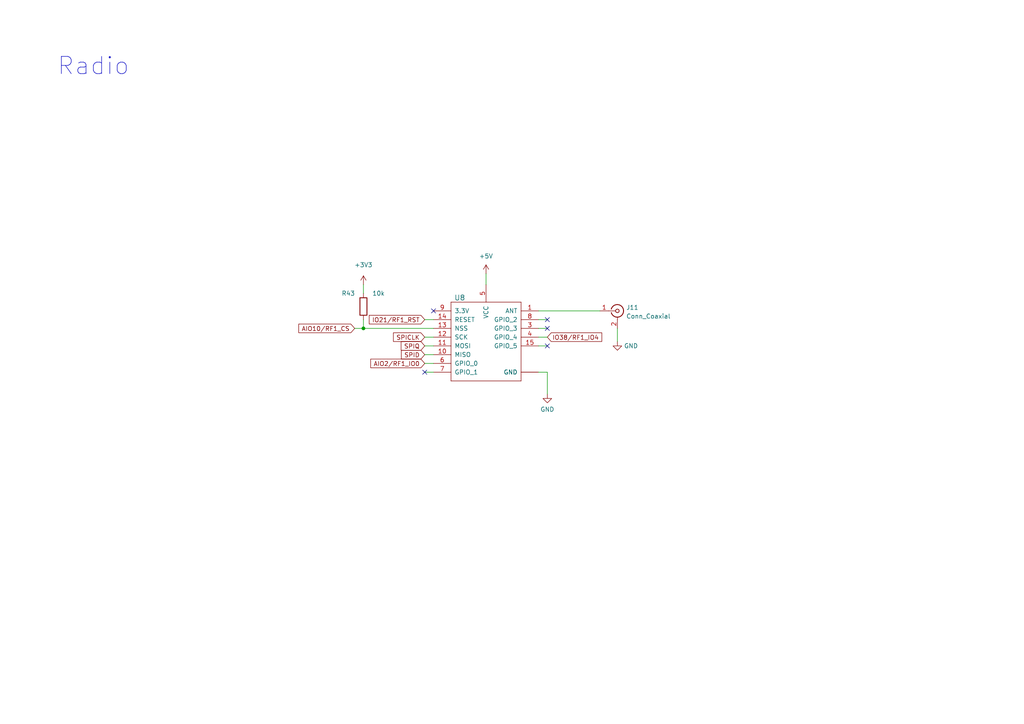
<source format=kicad_sch>
(kicad_sch (version 20230121) (generator eeschema)

  (uuid 8646da04-665d-4116-a1ba-d0160021f5a4)

  (paper "A4")

  (lib_symbols
    (symbol "Connector:Conn_Coaxial" (pin_names (offset 1.016) hide) (in_bom yes) (on_board yes)
      (property "Reference" "J" (at 0.254 3.048 0)
        (effects (font (size 1.27 1.27)))
      )
      (property "Value" "Conn_Coaxial" (at 2.921 0 90)
        (effects (font (size 1.27 1.27)))
      )
      (property "Footprint" "" (at 0 0 0)
        (effects (font (size 1.27 1.27)) hide)
      )
      (property "Datasheet" " ~" (at 0 0 0)
        (effects (font (size 1.27 1.27)) hide)
      )
      (property "ki_keywords" "BNC SMA SMB SMC LEMO coaxial connector CINCH RCA" (at 0 0 0)
        (effects (font (size 1.27 1.27)) hide)
      )
      (property "ki_description" "coaxial connector (BNC, SMA, SMB, SMC, Cinch/RCA, LEMO, ...)" (at 0 0 0)
        (effects (font (size 1.27 1.27)) hide)
      )
      (property "ki_fp_filters" "*BNC* *SMA* *SMB* *SMC* *Cinch* *LEMO*" (at 0 0 0)
        (effects (font (size 1.27 1.27)) hide)
      )
      (symbol "Conn_Coaxial_0_1"
        (arc (start -1.778 -0.508) (mid 0.222 -1.808) (end 1.778 0)
          (stroke (width 0.254) (type default))
          (fill (type none))
        )
        (polyline
          (pts
            (xy -2.54 0)
            (xy -0.508 0)
          )
          (stroke (width 0) (type default))
          (fill (type none))
        )
        (polyline
          (pts
            (xy 0 -2.54)
            (xy 0 -1.778)
          )
          (stroke (width 0) (type default))
          (fill (type none))
        )
        (circle (center 0 0) (radius 0.508)
          (stroke (width 0.2032) (type default))
          (fill (type none))
        )
        (arc (start 1.778 0) (mid 0.222 1.8083) (end -1.778 0.508)
          (stroke (width 0.254) (type default))
          (fill (type none))
        )
      )
      (symbol "Conn_Coaxial_1_1"
        (pin passive line (at -5.08 0 0) (length 2.54)
          (name "In" (effects (font (size 1.27 1.27))))
          (number "1" (effects (font (size 1.27 1.27))))
        )
        (pin passive line (at 0 -5.08 90) (length 2.54)
          (name "Ext" (effects (font (size 1.27 1.27))))
          (number "2" (effects (font (size 1.27 1.27))))
        )
      )
    )
    (symbol "Device:R" (pin_numbers hide) (pin_names (offset 0)) (in_bom yes) (on_board yes)
      (property "Reference" "R" (at 2.032 0 90)
        (effects (font (size 1.27 1.27)))
      )
      (property "Value" "R" (at 0 0 90)
        (effects (font (size 1.27 1.27)))
      )
      (property "Footprint" "" (at -1.778 0 90)
        (effects (font (size 1.27 1.27)) hide)
      )
      (property "Datasheet" "~" (at 0 0 0)
        (effects (font (size 1.27 1.27)) hide)
      )
      (property "ki_keywords" "R res resistor" (at 0 0 0)
        (effects (font (size 1.27 1.27)) hide)
      )
      (property "ki_description" "Resistor" (at 0 0 0)
        (effects (font (size 1.27 1.27)) hide)
      )
      (property "ki_fp_filters" "R_*" (at 0 0 0)
        (effects (font (size 1.27 1.27)) hide)
      )
      (symbol "R_0_1"
        (rectangle (start -1.016 -2.54) (end 1.016 2.54)
          (stroke (width 0.254) (type default))
          (fill (type none))
        )
      )
      (symbol "R_1_1"
        (pin passive line (at 0 3.81 270) (length 1.27)
          (name "~" (effects (font (size 1.27 1.27))))
          (number "1" (effects (font (size 1.27 1.27))))
        )
        (pin passive line (at 0 -3.81 90) (length 1.27)
          (name "~" (effects (font (size 1.27 1.27))))
          (number "2" (effects (font (size 1.27 1.27))))
        )
      )
    )
    (symbol "mainboard:RFM98PW" (pin_names (offset 1.016)) (in_bom yes) (on_board yes)
      (property "Reference" "U8" (at -5.08 11.43 0)
        (effects (font (size 1.4986 1.4986)))
      )
      (property "Value" "RFM98PW" (at 2.54 -11.43 0)
        (effects (font (size 1.27 1.27)) hide)
      )
      (property "Footprint" "Exo_Bronco_Avionics_Footprints:RFM95PW" (at 2.54 -13.97 0)
        (effects (font (size 1.27 1.27)) hide)
      )
      (property "Datasheet" "" (at 0 0 0)
        (effects (font (size 1.27 1.27)) hide)
      )
      (property "Description" "433 MHz 1W Radio" (at 0 0 0)
        (effects (font (size 1.27 1.27)) hide)
      )
      (property "Flight" "RFM98PW" (at 0 0 0)
        (effects (font (size 1.27 1.27)) hide)
      )
      (property "Manufacturer_Name" "HopeRF" (at 0 0 0)
        (effects (font (size 1.27 1.27)) hide)
      )
      (property "Manufacturer_Part_Number" "RFM98PW" (at -5.08 13.97 0)
        (effects (font (size 1.27 1.27)) hide)
      )
      (property "Proto" "RFM98PW" (at 0 0 0)
        (effects (font (size 1.27 1.27)) hide)
      )
      (symbol "RFM98PW_0_0"
        (pin bidirectional line (at 17.78 -10.16 180) (length 5.08) hide
          (name "GND" (effects (font (size 1.27 1.27))))
          (number "17" (effects (font (size 1.27 1.27))))
        )
        (pin bidirectional line (at 2.54 15.24 270) (length 5.08)
          (name "VCC" (effects (font (size 1.27 1.27))))
          (number "5" (effects (font (size 1.27 1.27))))
        )
      )
      (symbol "RFM98PW_1_0"
        (polyline
          (pts
            (xy -7.62 -12.7)
            (xy -7.62 10.16)
          )
          (stroke (width 0) (type default))
          (fill (type none))
        )
        (polyline
          (pts
            (xy -7.62 10.16)
            (xy 12.7 10.16)
          )
          (stroke (width 0) (type default))
          (fill (type none))
        )
        (polyline
          (pts
            (xy 12.7 -12.7)
            (xy -7.62 -12.7)
          )
          (stroke (width 0) (type default))
          (fill (type none))
        )
        (polyline
          (pts
            (xy 12.7 10.16)
            (xy 12.7 -12.7)
          )
          (stroke (width 0) (type default))
          (fill (type none))
        )
        (pin bidirectional line (at 17.78 7.62 180) (length 5.08)
          (name "ANT" (effects (font (size 1.27 1.27))))
          (number "1" (effects (font (size 1.27 1.27))))
        )
        (pin bidirectional line (at -12.7 -5.08 0) (length 5.08)
          (name "MISO" (effects (font (size 1.27 1.27))))
          (number "10" (effects (font (size 1.27 1.27))))
        )
        (pin bidirectional line (at -12.7 -2.54 0) (length 5.08)
          (name "MOSI" (effects (font (size 1.27 1.27))))
          (number "11" (effects (font (size 1.27 1.27))))
        )
        (pin bidirectional line (at -12.7 0 0) (length 5.08)
          (name "SCK" (effects (font (size 1.27 1.27))))
          (number "12" (effects (font (size 1.27 1.27))))
        )
        (pin bidirectional line (at -12.7 2.54 0) (length 5.08)
          (name "NSS" (effects (font (size 1.27 1.27))))
          (number "13" (effects (font (size 1.27 1.27))))
        )
        (pin bidirectional line (at -12.7 5.08 0) (length 5.08)
          (name "RESET" (effects (font (size 1.27 1.27))))
          (number "14" (effects (font (size 1.27 1.27))))
        )
        (pin bidirectional line (at 17.78 -2.54 180) (length 5.08)
          (name "GPIO_5" (effects (font (size 1.27 1.27))))
          (number "15" (effects (font (size 1.27 1.27))))
        )
        (pin bidirectional line (at 17.78 -10.16 180) (length 5.08)
          (name "GND" (effects (font (size 1.27 1.27))))
          (number "16" (effects (font (size 0 0))))
        )
        (pin bidirectional line (at 17.78 -10.16 180) (length 5.08)
          (name "GND" (effects (font (size 1.27 1.27))))
          (number "2" (effects (font (size 0 0))))
        )
        (pin bidirectional line (at 17.78 2.54 180) (length 5.08)
          (name "GPIO_3" (effects (font (size 1.27 1.27))))
          (number "3" (effects (font (size 1.27 1.27))))
        )
        (pin bidirectional line (at 17.78 0 180) (length 5.08)
          (name "GPIO_4" (effects (font (size 1.27 1.27))))
          (number "4" (effects (font (size 1.27 1.27))))
        )
        (pin bidirectional line (at -12.7 -7.62 0) (length 5.08)
          (name "GPIO_0" (effects (font (size 1.27 1.27))))
          (number "6" (effects (font (size 1.27 1.27))))
        )
        (pin bidirectional line (at -12.7 -10.16 0) (length 5.08)
          (name "GPIO_1" (effects (font (size 1.27 1.27))))
          (number "7" (effects (font (size 1.27 1.27))))
        )
        (pin bidirectional line (at 17.78 5.08 180) (length 5.08)
          (name "GPIO_2" (effects (font (size 1.27 1.27))))
          (number "8" (effects (font (size 1.27 1.27))))
        )
        (pin power_in line (at -12.7 7.62 0) (length 5.08)
          (name "3.3V" (effects (font (size 1.27 1.27))))
          (number "9" (effects (font (size 1.27 1.27))))
        )
      )
    )
    (symbol "power:+3V3" (power) (pin_names (offset 0)) (in_bom yes) (on_board yes)
      (property "Reference" "#PWR" (at 0 -3.81 0)
        (effects (font (size 1.27 1.27)) hide)
      )
      (property "Value" "+3V3" (at 0 3.556 0)
        (effects (font (size 1.27 1.27)))
      )
      (property "Footprint" "" (at 0 0 0)
        (effects (font (size 1.27 1.27)) hide)
      )
      (property "Datasheet" "" (at 0 0 0)
        (effects (font (size 1.27 1.27)) hide)
      )
      (property "ki_keywords" "power-flag" (at 0 0 0)
        (effects (font (size 1.27 1.27)) hide)
      )
      (property "ki_description" "Power symbol creates a global label with name \"+3V3\"" (at 0 0 0)
        (effects (font (size 1.27 1.27)) hide)
      )
      (symbol "+3V3_0_1"
        (polyline
          (pts
            (xy -0.762 1.27)
            (xy 0 2.54)
          )
          (stroke (width 0) (type default))
          (fill (type none))
        )
        (polyline
          (pts
            (xy 0 0)
            (xy 0 2.54)
          )
          (stroke (width 0) (type default))
          (fill (type none))
        )
        (polyline
          (pts
            (xy 0 2.54)
            (xy 0.762 1.27)
          )
          (stroke (width 0) (type default))
          (fill (type none))
        )
      )
      (symbol "+3V3_1_1"
        (pin power_in line (at 0 0 90) (length 0) hide
          (name "+3V3" (effects (font (size 1.27 1.27))))
          (number "1" (effects (font (size 1.27 1.27))))
        )
      )
    )
    (symbol "power:+5V" (power) (pin_names (offset 0)) (in_bom yes) (on_board yes)
      (property "Reference" "#PWR" (at 0 -3.81 0)
        (effects (font (size 1.27 1.27)) hide)
      )
      (property "Value" "+5V" (at 0 3.556 0)
        (effects (font (size 1.27 1.27)))
      )
      (property "Footprint" "" (at 0 0 0)
        (effects (font (size 1.27 1.27)) hide)
      )
      (property "Datasheet" "" (at 0 0 0)
        (effects (font (size 1.27 1.27)) hide)
      )
      (property "ki_keywords" "power-flag" (at 0 0 0)
        (effects (font (size 1.27 1.27)) hide)
      )
      (property "ki_description" "Power symbol creates a global label with name \"+5V\"" (at 0 0 0)
        (effects (font (size 1.27 1.27)) hide)
      )
      (symbol "+5V_0_1"
        (polyline
          (pts
            (xy -0.762 1.27)
            (xy 0 2.54)
          )
          (stroke (width 0) (type default))
          (fill (type none))
        )
        (polyline
          (pts
            (xy 0 0)
            (xy 0 2.54)
          )
          (stroke (width 0) (type default))
          (fill (type none))
        )
        (polyline
          (pts
            (xy 0 2.54)
            (xy 0.762 1.27)
          )
          (stroke (width 0) (type default))
          (fill (type none))
        )
      )
      (symbol "+5V_1_1"
        (pin power_in line (at 0 0 90) (length 0) hide
          (name "+5V" (effects (font (size 1.27 1.27))))
          (number "1" (effects (font (size 1.27 1.27))))
        )
      )
    )
    (symbol "power:GND" (power) (pin_names (offset 0)) (in_bom yes) (on_board yes)
      (property "Reference" "#PWR" (at 0 -6.35 0)
        (effects (font (size 1.27 1.27)) hide)
      )
      (property "Value" "GND" (at 0 -3.81 0)
        (effects (font (size 1.27 1.27)))
      )
      (property "Footprint" "" (at 0 0 0)
        (effects (font (size 1.27 1.27)) hide)
      )
      (property "Datasheet" "" (at 0 0 0)
        (effects (font (size 1.27 1.27)) hide)
      )
      (property "ki_keywords" "power-flag" (at 0 0 0)
        (effects (font (size 1.27 1.27)) hide)
      )
      (property "ki_description" "Power symbol creates a global label with name \"GND\" , ground" (at 0 0 0)
        (effects (font (size 1.27 1.27)) hide)
      )
      (symbol "GND_0_1"
        (polyline
          (pts
            (xy 0 0)
            (xy 0 -1.27)
            (xy 1.27 -1.27)
            (xy 0 -2.54)
            (xy -1.27 -1.27)
            (xy 0 -1.27)
          )
          (stroke (width 0) (type default))
          (fill (type none))
        )
      )
      (symbol "GND_1_1"
        (pin power_in line (at 0 0 270) (length 0) hide
          (name "GND" (effects (font (size 1.27 1.27))))
          (number "1" (effects (font (size 1.27 1.27))))
        )
      )
    )
  )

  (junction (at 105.41 95.25) (diameter 0) (color 0 0 0 0)
    (uuid a8b31d9d-bfab-47d7-9642-3c72ecd8eb80)
  )

  (no_connect (at 158.75 92.71) (uuid 07f202fb-65cd-4716-85cc-0d23a43e4197))
  (no_connect (at 158.75 100.33) (uuid 579db44f-02a2-4995-88ac-d8c580b19368))
  (no_connect (at 158.75 95.25) (uuid 69a0e70c-c679-4ec4-bb6b-405c656b0d02))
  (no_connect (at 125.73 90.17) (uuid aafec051-3abe-4306-b78b-ce2bd722eafb))
  (no_connect (at 123.19 107.95) (uuid dd08c001-3c21-4950-9a40-4af5fcadd28c))

  (wire (pts (xy 158.75 107.95) (xy 158.75 114.3))
    (stroke (width 0) (type default))
    (uuid 057dff60-5b63-4365-8092-fe40ca4f6ba6)
  )
  (wire (pts (xy 123.19 107.95) (xy 125.73 107.95))
    (stroke (width 0) (type default))
    (uuid 0712aa9b-d513-4199-813e-214ae23c89f5)
  )
  (wire (pts (xy 105.41 92.71) (xy 105.41 95.25))
    (stroke (width 0) (type default))
    (uuid 0a776998-fd06-4d07-90a6-89a8dda7d26f)
  )
  (wire (pts (xy 123.19 102.87) (xy 125.73 102.87))
    (stroke (width 0) (type default))
    (uuid 0ca1db74-05f3-43d6-88ca-036b3e9d02ea)
  )
  (wire (pts (xy 123.19 92.71) (xy 125.73 92.71))
    (stroke (width 0) (type default))
    (uuid 100a0d38-826f-48f7-b85b-dfd9a60bf631)
  )
  (wire (pts (xy 102.87 95.25) (xy 105.41 95.25))
    (stroke (width 0) (type default))
    (uuid 3881ec9c-40cc-48f5-a4b4-225de3133f58)
  )
  (wire (pts (xy 123.19 105.41) (xy 125.73 105.41))
    (stroke (width 0) (type default))
    (uuid 4db66ed3-6368-48bb-9ddb-9706a7227111)
  )
  (wire (pts (xy 156.21 100.33) (xy 158.75 100.33))
    (stroke (width 0) (type default))
    (uuid 516d59b7-a49c-4ff5-a32a-60f59339df81)
  )
  (wire (pts (xy 156.21 95.25) (xy 158.75 95.25))
    (stroke (width 0) (type default))
    (uuid 7516925a-493c-4bd0-95a9-e3369adfb5be)
  )
  (wire (pts (xy 179.07 95.25) (xy 179.07 99.06))
    (stroke (width 0) (type default))
    (uuid 75394ad7-3f8f-4fbe-9b5a-9af5550426cb)
  )
  (wire (pts (xy 105.41 95.25) (xy 125.73 95.25))
    (stroke (width 0) (type default))
    (uuid 7677722a-94ea-40ff-81f3-6f94f6110972)
  )
  (wire (pts (xy 156.21 97.79) (xy 158.75 97.79))
    (stroke (width 0) (type default))
    (uuid 80f8688d-7731-4c37-ada6-644cdd5daacc)
  )
  (wire (pts (xy 156.21 107.95) (xy 158.75 107.95))
    (stroke (width 0) (type default))
    (uuid 94f916ed-7d8d-4c18-a00c-ed22517e241d)
  )
  (wire (pts (xy 140.97 79.375) (xy 140.97 82.55))
    (stroke (width 0) (type default))
    (uuid 9e2dfceb-5e29-4104-9049-5cde0280ee55)
  )
  (wire (pts (xy 156.21 92.71) (xy 158.75 92.71))
    (stroke (width 0) (type default))
    (uuid a178a2e2-384b-4296-bd78-00a8389c0aa2)
  )
  (wire (pts (xy 123.19 100.33) (xy 125.73 100.33))
    (stroke (width 0) (type default))
    (uuid c01dcc3e-b940-42aa-9cc0-1df2cc323a26)
  )
  (wire (pts (xy 156.21 90.17) (xy 173.99 90.17))
    (stroke (width 0) (type default))
    (uuid c21e05fd-0b28-46fb-97ec-0213a1a7d7c0)
  )
  (wire (pts (xy 105.41 82.55) (xy 105.41 85.09))
    (stroke (width 0) (type default))
    (uuid c672dbea-c8fa-473f-b0dd-523abc92dd04)
  )
  (wire (pts (xy 123.19 97.79) (xy 125.73 97.79))
    (stroke (width 0) (type default))
    (uuid d5c9f8e7-167f-43ee-829f-08495ea4b889)
  )

  (text "Radio" (at 16.51 22.225 0)
    (effects (font (size 5 5)) (justify left bottom))
    (uuid b0edb420-1663-47ed-a30f-84c5ba70e2a6)
  )

  (global_label "SPICLK" (shape input) (at 123.19 97.79 180) (fields_autoplaced)
    (effects (font (size 1.27 1.27)) (justify right))
    (uuid 17de1563-6044-45df-85b3-ba774634457c)
    (property "Intersheetrefs" "${INTERSHEET_REFS}" (at 114.2134 97.8694 0)
      (effects (font (size 1.27 1.27)) (justify right) hide)
    )
  )
  (global_label "IO21{slash}RF1_RST" (shape input) (at 123.19 92.71 180) (fields_autoplaced)
    (effects (font (size 1.27 1.27)) (justify right))
    (uuid 3320515c-4165-4d58-816d-d45c730120b2)
    (property "Intersheetrefs" "${INTERSHEET_REFS}" (at 107.1982 92.7894 0)
      (effects (font (size 1.27 1.27)) (justify right) hide)
    )
  )
  (global_label "SPID" (shape input) (at 123.19 102.87 180) (fields_autoplaced)
    (effects (font (size 1.27 1.27)) (justify right))
    (uuid 614cdb19-2c65-4827-8b39-3188640573dd)
    (property "Intersheetrefs" "${INTERSHEET_REFS}" (at 116.5115 102.9494 0)
      (effects (font (size 1.27 1.27)) (justify right) hide)
    )
  )
  (global_label "IO38{slash}RF1_IO4" (shape input) (at 158.75 97.79 0) (fields_autoplaced)
    (effects (font (size 1.27 1.27)) (justify left))
    (uuid 6be9f672-6ddd-4b18-9a75-9ae2a9924f3c)
    (property "Intersheetrefs" "${INTERSHEET_REFS}" (at 174.4394 97.7106 0)
      (effects (font (size 1.27 1.27)) (justify left) hide)
    )
  )
  (global_label "AIO2{slash}RF1_IO0" (shape input) (at 123.19 105.41 180) (fields_autoplaced)
    (effects (font (size 1.27 1.27)) (justify right))
    (uuid 9f81a0ad-91a9-4222-a816-8428cdcec98c)
    (property "Intersheetrefs" "${INTERSHEET_REFS}" (at 107.6215 105.4894 0)
      (effects (font (size 1.27 1.27)) (justify right) hide)
    )
  )
  (global_label "SPIQ" (shape input) (at 123.19 100.33 180) (fields_autoplaced)
    (effects (font (size 1.27 1.27)) (justify right))
    (uuid bb7d3b36-b95c-49ae-ba34-0021db468977)
    (property "Intersheetrefs" "${INTERSHEET_REFS}" (at 116.451 100.4094 0)
      (effects (font (size 1.27 1.27)) (justify right) hide)
    )
  )
  (global_label "AIO10{slash}RF1_CS" (shape input) (at 102.87 95.25 180) (fields_autoplaced)
    (effects (font (size 1.27 1.27)) (justify right))
    (uuid c24b2cc5-b72c-4c67-a061-a3b319f6d6c1)
    (property "Intersheetrefs" "${INTERSHEET_REFS}" (at 86.7572 95.3294 0)
      (effects (font (size 1.27 1.27)) (justify right) hide)
    )
  )

  (symbol (lib_id "power:+3V3") (at 105.41 82.55 0) (unit 1)
    (in_bom yes) (on_board yes) (dnp no) (fields_autoplaced)
    (uuid 081db514-0344-4172-a327-dff43e45608a)
    (property "Reference" "#PWR0172" (at 105.41 86.36 0)
      (effects (font (size 1.27 1.27)) hide)
    )
    (property "Value" "+3V3" (at 105.41 76.835 0)
      (effects (font (size 1.27 1.27)))
    )
    (property "Footprint" "" (at 105.41 82.55 0)
      (effects (font (size 1.27 1.27)) hide)
    )
    (property "Datasheet" "" (at 105.41 82.55 0)
      (effects (font (size 1.27 1.27)) hide)
    )
    (pin "1" (uuid 3f95b617-8507-43e1-a2f2-ab6d88bd9de2))
    (instances
      (project "AvionicsV0"
        (path "/e63e39d7-6ac0-4ffd-8aa3-1841a4541b55/9f1054fd-c7d0-45b6-8fa8-08cb2a240093"
          (reference "#PWR0172") (unit 1)
        )
      )
    )
  )

  (symbol (lib_id "power:GND") (at 158.75 114.3 0) (unit 1)
    (in_bom yes) (on_board yes) (dnp no) (fields_autoplaced)
    (uuid 0858418e-df33-4d2c-9f57-ae53a44e7847)
    (property "Reference" "#PWR0169" (at 158.75 120.65 0)
      (effects (font (size 1.27 1.27)) hide)
    )
    (property "Value" "GND" (at 158.75 118.745 0)
      (effects (font (size 1.27 1.27)))
    )
    (property "Footprint" "" (at 158.75 114.3 0)
      (effects (font (size 1.27 1.27)) hide)
    )
    (property "Datasheet" "" (at 158.75 114.3 0)
      (effects (font (size 1.27 1.27)) hide)
    )
    (pin "1" (uuid 2cb2e5a0-b1d2-462e-a083-2723bd853ec4))
    (instances
      (project "AvionicsV0"
        (path "/e63e39d7-6ac0-4ffd-8aa3-1841a4541b55/9f1054fd-c7d0-45b6-8fa8-08cb2a240093"
          (reference "#PWR0169") (unit 1)
        )
      )
    )
  )

  (symbol (lib_id "mainboard:RFM98PW") (at 138.43 97.79 0) (unit 1)
    (in_bom yes) (on_board yes) (dnp no)
    (uuid 0fe2e472-d03f-4cdd-a792-cfc3b324e6b1)
    (property "Reference" "U8" (at 133.35 86.36 0)
      (effects (font (size 1.4986 1.4986)))
    )
    (property "Value" "RFM98PW" (at 140.97 109.22 0)
      (effects (font (size 1.27 1.27)) hide)
    )
    (property "Footprint" "Exo_Bronco_Avionics_Footprints:RFM95PW" (at 140.97 111.76 0)
      (effects (font (size 1.27 1.27)) hide)
    )
    (property "Datasheet" "" (at 138.43 97.79 0)
      (effects (font (size 1.27 1.27)) hide)
    )
    (property "Description" "433 MHz 1W Radio" (at 138.43 97.79 0)
      (effects (font (size 1.27 1.27)) hide)
    )
    (property "Flight" "RFM98PW" (at 138.43 97.79 0)
      (effects (font (size 1.27 1.27)) hide)
    )
    (property "Manufacturer_Name" "HopeRF" (at 138.43 97.79 0)
      (effects (font (size 1.27 1.27)) hide)
    )
    (property "Manufacturer_Part_Number" "RFM98PW" (at 133.35 83.82 0)
      (effects (font (size 1.27 1.27)) hide)
    )
    (property "Proto" "RFM98PW" (at 138.43 97.79 0)
      (effects (font (size 1.27 1.27)) hide)
    )
    (pin "17" (uuid b8be0436-7fdc-4be2-a97a-9cd2b3425308))
    (pin "5" (uuid 77a23736-6ea1-4950-bc94-03a253f04972))
    (pin "1" (uuid 660482fd-a172-431b-9683-33fc9e79cf27))
    (pin "10" (uuid ab522aa2-1708-4dcc-bb27-ed3f8d3072c0))
    (pin "11" (uuid 43a1e5bc-fbd0-42cd-8fc9-15003774b3b3))
    (pin "12" (uuid 0c7fe87e-9344-4ee2-a27a-223f0b98085c))
    (pin "13" (uuid 58dcdb0b-87b4-49b4-99c5-3da74ab5e7d9))
    (pin "14" (uuid 07941a1e-fc59-485b-804f-e5eb8a5fcb18))
    (pin "15" (uuid 6dc46e38-40a2-481d-af29-b641a729cac9))
    (pin "16" (uuid cffad45a-b028-458f-b50e-b12ee88abff0))
    (pin "2" (uuid e32f3b75-caa2-43e6-ae73-a4497241e521))
    (pin "3" (uuid a6e0310d-133a-4662-a89e-282e3b8ae558))
    (pin "4" (uuid 61a4c89a-29ea-4b66-abda-fe974d63db83))
    (pin "6" (uuid 096895d8-6d1a-4166-84e1-596cba0a2b3c))
    (pin "7" (uuid 078481e7-e147-40de-80a0-47777b6f1f74))
    (pin "8" (uuid d3eaf911-45d3-4ad4-8a35-394561d978f9))
    (pin "9" (uuid 8ee23804-ba2e-43bb-a051-a3738fd405c2))
    (instances
      (project "AvionicsV0"
        (path "/e63e39d7-6ac0-4ffd-8aa3-1841a4541b55/9f1054fd-c7d0-45b6-8fa8-08cb2a240093"
          (reference "U8") (unit 1)
        )
      )
    )
  )

  (symbol (lib_id "power:GND") (at 179.07 99.06 0) (unit 1)
    (in_bom yes) (on_board yes) (dnp no) (fields_autoplaced)
    (uuid 9c4a1ff8-a62b-4fff-80c0-cac481dcfb1f)
    (property "Reference" "#PWR0171" (at 179.07 105.41 0)
      (effects (font (size 1.27 1.27)) hide)
    )
    (property "Value" "GND" (at 180.975 100.3299 0)
      (effects (font (size 1.27 1.27)) (justify left))
    )
    (property "Footprint" "" (at 179.07 99.06 0)
      (effects (font (size 1.27 1.27)) hide)
    )
    (property "Datasheet" "" (at 179.07 99.06 0)
      (effects (font (size 1.27 1.27)) hide)
    )
    (pin "1" (uuid 29c5d17f-ccec-47aa-a8de-6e801d1b09e9))
    (instances
      (project "AvionicsV0"
        (path "/e63e39d7-6ac0-4ffd-8aa3-1841a4541b55/9f1054fd-c7d0-45b6-8fa8-08cb2a240093"
          (reference "#PWR0171") (unit 1)
        )
      )
    )
  )

  (symbol (lib_id "Connector:Conn_Coaxial") (at 179.07 90.17 0) (unit 1)
    (in_bom yes) (on_board yes) (dnp no) (fields_autoplaced)
    (uuid e5a646a9-6eed-4a57-91fe-8d48ff28b5f9)
    (property "Reference" "J11" (at 181.61 89.1931 0)
      (effects (font (size 1.27 1.27)) (justify left))
    )
    (property "Value" "Conn_Coaxial" (at 181.61 91.7331 0)
      (effects (font (size 1.27 1.27)) (justify left))
    )
    (property "Footprint" "Connector_Coaxial:SMA_Amphenol_901-144_Vertical" (at 179.07 90.17 0)
      (effects (font (size 1.27 1.27)) hide)
    )
    (property "Datasheet" " ~" (at 179.07 90.17 0)
      (effects (font (size 1.27 1.27)) hide)
    )
    (pin "1" (uuid fb2a8fa4-2a3c-4728-b419-69f5223aa9b6))
    (pin "2" (uuid 8a349cc7-8fab-4bec-8325-cecf14310bc5))
    (instances
      (project "AvionicsV0"
        (path "/e63e39d7-6ac0-4ffd-8aa3-1841a4541b55/9f1054fd-c7d0-45b6-8fa8-08cb2a240093"
          (reference "J11") (unit 1)
        )
      )
    )
  )

  (symbol (lib_id "power:+5V") (at 140.97 79.375 0) (unit 1)
    (in_bom yes) (on_board yes) (dnp no) (fields_autoplaced)
    (uuid f445db21-662d-4969-b4ee-1816d119445f)
    (property "Reference" "#PWR0184" (at 140.97 83.185 0)
      (effects (font (size 1.27 1.27)) hide)
    )
    (property "Value" "+5V" (at 140.97 74.295 0)
      (effects (font (size 1.27 1.27)))
    )
    (property "Footprint" "" (at 140.97 79.375 0)
      (effects (font (size 1.27 1.27)) hide)
    )
    (property "Datasheet" "" (at 140.97 79.375 0)
      (effects (font (size 1.27 1.27)) hide)
    )
    (pin "1" (uuid f7d824d3-e73d-49c2-bcfd-c1c380b8e4b5))
    (instances
      (project "AvionicsV0"
        (path "/e63e39d7-6ac0-4ffd-8aa3-1841a4541b55/9f1054fd-c7d0-45b6-8fa8-08cb2a240093"
          (reference "#PWR0184") (unit 1)
        )
      )
    )
  )

  (symbol (lib_id "Device:R") (at 105.41 88.9 0) (unit 1)
    (in_bom yes) (on_board yes) (dnp no)
    (uuid fda75549-3e99-4624-8a8c-e1e320892bfa)
    (property "Reference" "R43" (at 99.06 85.09 0)
      (effects (font (size 1.27 1.27)) (justify left))
    )
    (property "Value" "10k" (at 107.95 85.09 0)
      (effects (font (size 1.27 1.27)) (justify left))
    )
    (property "Footprint" "Resistor_SMD:R_0603_1608Metric" (at 103.632 88.9 90)
      (effects (font (size 1.27 1.27)) hide)
    )
    (property "Datasheet" "~" (at 105.41 88.9 0)
      (effects (font (size 1.27 1.27)) hide)
    )
    (pin "1" (uuid 065d1b3d-691d-41cc-bf43-cb7f97f985bc))
    (pin "2" (uuid 19e56408-def0-4368-889d-03a8fa4ef84e))
    (instances
      (project "AvionicsV0"
        (path "/e63e39d7-6ac0-4ffd-8aa3-1841a4541b55/9f1054fd-c7d0-45b6-8fa8-08cb2a240093"
          (reference "R43") (unit 1)
        )
      )
    )
  )
)

</source>
